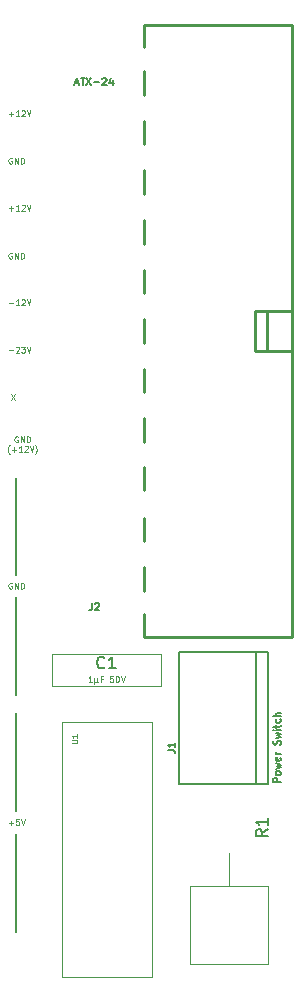
<source format=gbr>
%TF.GenerationSoftware,KiCad,Pcbnew,(6.0.8-1)-1*%
%TF.CreationDate,2022-10-29T11:09:20-05:00*%
%TF.ProjectId,VT100_ATX_DCDC,56543130-305f-4415-9458-5f444344432e,rev?*%
%TF.SameCoordinates,Original*%
%TF.FileFunction,Legend,Top*%
%TF.FilePolarity,Positive*%
%FSLAX46Y46*%
G04 Gerber Fmt 4.6, Leading zero omitted, Abs format (unit mm)*
G04 Created by KiCad (PCBNEW (6.0.8-1)-1) date 2022-10-29 11:09:20*
%MOMM*%
%LPD*%
G01*
G04 APERTURE LIST*
%ADD10C,0.150000*%
%ADD11C,0.125000*%
%ADD12C,0.127000*%
%ADD13C,0.120000*%
%ADD14C,0.203200*%
%ADD15C,0.254000*%
G04 APERTURE END LIST*
D10*
X51816000Y-115250000D02*
X51816000Y-123500000D01*
X51816000Y-93340000D02*
X51816000Y-85090000D01*
X51816000Y-103439000D02*
X51816000Y-95189000D01*
X51816000Y-113250000D02*
X51816000Y-105000000D01*
D11*
X51943047Y-81597500D02*
X51895428Y-81573690D01*
X51824000Y-81573690D01*
X51752571Y-81597500D01*
X51704952Y-81645119D01*
X51681142Y-81692738D01*
X51657333Y-81787976D01*
X51657333Y-81859404D01*
X51681142Y-81954642D01*
X51704952Y-82002261D01*
X51752571Y-82049880D01*
X51824000Y-82073690D01*
X51871619Y-82073690D01*
X51943047Y-82049880D01*
X51966857Y-82026071D01*
X51966857Y-81859404D01*
X51871619Y-81859404D01*
X52181142Y-82073690D02*
X52181142Y-81573690D01*
X52466857Y-82073690D01*
X52466857Y-81573690D01*
X52704952Y-82073690D02*
X52704952Y-81573690D01*
X52824000Y-81573690D01*
X52895428Y-81597500D01*
X52943047Y-81645119D01*
X52966857Y-81692738D01*
X52990666Y-81787976D01*
X52990666Y-81859404D01*
X52966857Y-81954642D01*
X52943047Y-82002261D01*
X52895428Y-82049880D01*
X52824000Y-82073690D01*
X52704952Y-82073690D01*
X51252571Y-83069166D02*
X51228761Y-83045357D01*
X51181142Y-82973928D01*
X51157333Y-82926309D01*
X51133523Y-82854880D01*
X51109714Y-82735833D01*
X51109714Y-82640595D01*
X51133523Y-82521547D01*
X51157333Y-82450119D01*
X51181142Y-82402500D01*
X51228761Y-82331071D01*
X51252571Y-82307261D01*
X51443047Y-82688214D02*
X51824000Y-82688214D01*
X51633523Y-82878690D02*
X51633523Y-82497738D01*
X52324000Y-82878690D02*
X52038285Y-82878690D01*
X52181142Y-82878690D02*
X52181142Y-82378690D01*
X52133523Y-82450119D01*
X52085904Y-82497738D01*
X52038285Y-82521547D01*
X52514476Y-82426309D02*
X52538285Y-82402500D01*
X52585904Y-82378690D01*
X52704952Y-82378690D01*
X52752571Y-82402500D01*
X52776380Y-82426309D01*
X52800190Y-82473928D01*
X52800190Y-82521547D01*
X52776380Y-82592976D01*
X52490666Y-82878690D01*
X52800190Y-82878690D01*
X52943047Y-82378690D02*
X53109714Y-82878690D01*
X53276380Y-82378690D01*
X53395428Y-83069166D02*
X53419238Y-83045357D01*
X53466857Y-82973928D01*
X53490666Y-82926309D01*
X53514476Y-82854880D01*
X53538285Y-82735833D01*
X53538285Y-82640595D01*
X53514476Y-82521547D01*
X53490666Y-82450119D01*
X53466857Y-82402500D01*
X53419238Y-82331071D01*
X53395428Y-82307261D01*
X51189047Y-62265714D02*
X51570000Y-62265714D01*
X51379523Y-62456190D02*
X51379523Y-62075238D01*
X52070000Y-62456190D02*
X51784285Y-62456190D01*
X51927142Y-62456190D02*
X51927142Y-61956190D01*
X51879523Y-62027619D01*
X51831904Y-62075238D01*
X51784285Y-62099047D01*
X52260476Y-62003809D02*
X52284285Y-61980000D01*
X52331904Y-61956190D01*
X52450952Y-61956190D01*
X52498571Y-61980000D01*
X52522380Y-62003809D01*
X52546190Y-62051428D01*
X52546190Y-62099047D01*
X52522380Y-62170476D01*
X52236666Y-62456190D01*
X52546190Y-62456190D01*
X52689047Y-61956190D02*
X52855714Y-62456190D01*
X53022380Y-61956190D01*
X51435047Y-93984000D02*
X51387428Y-93960190D01*
X51316000Y-93960190D01*
X51244571Y-93984000D01*
X51196952Y-94031619D01*
X51173142Y-94079238D01*
X51149333Y-94174476D01*
X51149333Y-94245904D01*
X51173142Y-94341142D01*
X51196952Y-94388761D01*
X51244571Y-94436380D01*
X51316000Y-94460190D01*
X51363619Y-94460190D01*
X51435047Y-94436380D01*
X51458857Y-94412571D01*
X51458857Y-94245904D01*
X51363619Y-94245904D01*
X51673142Y-94460190D02*
X51673142Y-93960190D01*
X51958857Y-94460190D01*
X51958857Y-93960190D01*
X52196952Y-94460190D02*
X52196952Y-93960190D01*
X52316000Y-93960190D01*
X52387428Y-93984000D01*
X52435047Y-94031619D01*
X52458857Y-94079238D01*
X52482666Y-94174476D01*
X52482666Y-94245904D01*
X52458857Y-94341142D01*
X52435047Y-94388761D01*
X52387428Y-94436380D01*
X52316000Y-94460190D01*
X52196952Y-94460190D01*
X51189047Y-54285714D02*
X51570000Y-54285714D01*
X51379523Y-54476190D02*
X51379523Y-54095238D01*
X52070000Y-54476190D02*
X51784285Y-54476190D01*
X51927142Y-54476190D02*
X51927142Y-53976190D01*
X51879523Y-54047619D01*
X51831904Y-54095238D01*
X51784285Y-54119047D01*
X52260476Y-54023809D02*
X52284285Y-54000000D01*
X52331904Y-53976190D01*
X52450952Y-53976190D01*
X52498571Y-54000000D01*
X52522380Y-54023809D01*
X52546190Y-54071428D01*
X52546190Y-54119047D01*
X52522380Y-54190476D01*
X52236666Y-54476190D01*
X52546190Y-54476190D01*
X52689047Y-53976190D02*
X52855714Y-54476190D01*
X53022380Y-53976190D01*
X51395333Y-77958190D02*
X51728666Y-78458190D01*
X51728666Y-77958190D02*
X51395333Y-78458190D01*
X51435047Y-66044000D02*
X51387428Y-66020190D01*
X51316000Y-66020190D01*
X51244571Y-66044000D01*
X51196952Y-66091619D01*
X51173142Y-66139238D01*
X51149333Y-66234476D01*
X51149333Y-66305904D01*
X51173142Y-66401142D01*
X51196952Y-66448761D01*
X51244571Y-66496380D01*
X51316000Y-66520190D01*
X51363619Y-66520190D01*
X51435047Y-66496380D01*
X51458857Y-66472571D01*
X51458857Y-66305904D01*
X51363619Y-66305904D01*
X51673142Y-66520190D02*
X51673142Y-66020190D01*
X51958857Y-66520190D01*
X51958857Y-66020190D01*
X52196952Y-66520190D02*
X52196952Y-66020190D01*
X52316000Y-66020190D01*
X52387428Y-66044000D01*
X52435047Y-66091619D01*
X52458857Y-66139238D01*
X52482666Y-66234476D01*
X52482666Y-66305904D01*
X52458857Y-66401142D01*
X52435047Y-66448761D01*
X52387428Y-66496380D01*
X52316000Y-66520190D01*
X52196952Y-66520190D01*
X58221714Y-102359590D02*
X57936000Y-102359590D01*
X58078857Y-102359590D02*
X58078857Y-101859590D01*
X58031238Y-101931019D01*
X57983619Y-101978638D01*
X57936000Y-102002447D01*
X58436000Y-102026257D02*
X58436000Y-102526257D01*
X58674095Y-102288161D02*
X58697904Y-102335780D01*
X58745523Y-102359590D01*
X58436000Y-102288161D02*
X58459809Y-102335780D01*
X58507428Y-102359590D01*
X58602666Y-102359590D01*
X58650285Y-102335780D01*
X58674095Y-102288161D01*
X58674095Y-102026257D01*
X59126476Y-102097685D02*
X58959809Y-102097685D01*
X58959809Y-102359590D02*
X58959809Y-101859590D01*
X59197904Y-101859590D01*
X60007428Y-101859590D02*
X59769333Y-101859590D01*
X59745523Y-102097685D01*
X59769333Y-102073876D01*
X59816952Y-102050066D01*
X59936000Y-102050066D01*
X59983619Y-102073876D01*
X60007428Y-102097685D01*
X60031238Y-102145304D01*
X60031238Y-102264352D01*
X60007428Y-102311971D01*
X59983619Y-102335780D01*
X59936000Y-102359590D01*
X59816952Y-102359590D01*
X59769333Y-102335780D01*
X59745523Y-102311971D01*
X60340761Y-101859590D02*
X60388380Y-101859590D01*
X60436000Y-101883400D01*
X60459809Y-101907209D01*
X60483619Y-101954828D01*
X60507428Y-102050066D01*
X60507428Y-102169114D01*
X60483619Y-102264352D01*
X60459809Y-102311971D01*
X60436000Y-102335780D01*
X60388380Y-102359590D01*
X60340761Y-102359590D01*
X60293142Y-102335780D01*
X60269333Y-102311971D01*
X60245523Y-102264352D01*
X60221714Y-102169114D01*
X60221714Y-102050066D01*
X60245523Y-101954828D01*
X60269333Y-101907209D01*
X60293142Y-101883400D01*
X60340761Y-101859590D01*
X60650285Y-101859590D02*
X60816952Y-102359590D01*
X60983619Y-101859590D01*
X51173142Y-114285714D02*
X51554095Y-114285714D01*
X51363619Y-114476190D02*
X51363619Y-114095238D01*
X52030285Y-113976190D02*
X51792190Y-113976190D01*
X51768380Y-114214285D01*
X51792190Y-114190476D01*
X51839809Y-114166666D01*
X51958857Y-114166666D01*
X52006476Y-114190476D01*
X52030285Y-114214285D01*
X52054095Y-114261904D01*
X52054095Y-114380952D01*
X52030285Y-114428571D01*
X52006476Y-114452380D01*
X51958857Y-114476190D01*
X51839809Y-114476190D01*
X51792190Y-114452380D01*
X51768380Y-114428571D01*
X52196952Y-113976190D02*
X52363619Y-114476190D01*
X52530285Y-113976190D01*
X51435047Y-58000000D02*
X51387428Y-57976190D01*
X51316000Y-57976190D01*
X51244571Y-58000000D01*
X51196952Y-58047619D01*
X51173142Y-58095238D01*
X51149333Y-58190476D01*
X51149333Y-58261904D01*
X51173142Y-58357142D01*
X51196952Y-58404761D01*
X51244571Y-58452380D01*
X51316000Y-58476190D01*
X51363619Y-58476190D01*
X51435047Y-58452380D01*
X51458857Y-58428571D01*
X51458857Y-58261904D01*
X51363619Y-58261904D01*
X51673142Y-58476190D02*
X51673142Y-57976190D01*
X51958857Y-58476190D01*
X51958857Y-57976190D01*
X52196952Y-58476190D02*
X52196952Y-57976190D01*
X52316000Y-57976190D01*
X52387428Y-58000000D01*
X52435047Y-58047619D01*
X52458857Y-58095238D01*
X52482666Y-58190476D01*
X52482666Y-58261904D01*
X52458857Y-58357142D01*
X52435047Y-58404761D01*
X52387428Y-58452380D01*
X52316000Y-58476190D01*
X52196952Y-58476190D01*
X51189047Y-74285714D02*
X51570000Y-74285714D01*
X51784285Y-74023809D02*
X51808095Y-74000000D01*
X51855714Y-73976190D01*
X51974761Y-73976190D01*
X52022380Y-74000000D01*
X52046190Y-74023809D01*
X52070000Y-74071428D01*
X52070000Y-74119047D01*
X52046190Y-74190476D01*
X51760476Y-74476190D01*
X52070000Y-74476190D01*
X52236666Y-73976190D02*
X52546190Y-73976190D01*
X52379523Y-74166666D01*
X52450952Y-74166666D01*
X52498571Y-74190476D01*
X52522380Y-74214285D01*
X52546190Y-74261904D01*
X52546190Y-74380952D01*
X52522380Y-74428571D01*
X52498571Y-74452380D01*
X52450952Y-74476190D01*
X52308095Y-74476190D01*
X52260476Y-74452380D01*
X52236666Y-74428571D01*
X52689047Y-73976190D02*
X52855714Y-74476190D01*
X53022380Y-73976190D01*
X51189047Y-70285714D02*
X51570000Y-70285714D01*
X52070000Y-70476190D02*
X51784285Y-70476190D01*
X51927142Y-70476190D02*
X51927142Y-69976190D01*
X51879523Y-70047619D01*
X51831904Y-70095238D01*
X51784285Y-70119047D01*
X52260476Y-70023809D02*
X52284285Y-70000000D01*
X52331904Y-69976190D01*
X52450952Y-69976190D01*
X52498571Y-70000000D01*
X52522380Y-70023809D01*
X52546190Y-70071428D01*
X52546190Y-70119047D01*
X52522380Y-70190476D01*
X52236666Y-70476190D01*
X52546190Y-70476190D01*
X52689047Y-69976190D02*
X52855714Y-70476190D01*
X53022380Y-69976190D01*
%TO.C,U1*%
X56495190Y-107568952D02*
X56899952Y-107568952D01*
X56947571Y-107545142D01*
X56971380Y-107521333D01*
X56995190Y-107473714D01*
X56995190Y-107378476D01*
X56971380Y-107330857D01*
X56947571Y-107307047D01*
X56899952Y-107283238D01*
X56495190Y-107283238D01*
X56995190Y-106783238D02*
X56995190Y-107068952D01*
X56995190Y-106926095D02*
X56495190Y-106926095D01*
X56566619Y-106973714D01*
X56614238Y-107021333D01*
X56638047Y-107068952D01*
D10*
%TO.C,C1*%
X59269333Y-101118942D02*
X59221714Y-101166561D01*
X59078857Y-101214180D01*
X58983619Y-101214180D01*
X58840761Y-101166561D01*
X58745523Y-101071323D01*
X58697904Y-100976085D01*
X58650285Y-100785609D01*
X58650285Y-100642752D01*
X58697904Y-100452276D01*
X58745523Y-100357038D01*
X58840761Y-100261800D01*
X58983619Y-100214180D01*
X59078857Y-100214180D01*
X59221714Y-100261800D01*
X59269333Y-100309419D01*
X60221714Y-101214180D02*
X59650285Y-101214180D01*
X59936000Y-101214180D02*
X59936000Y-100214180D01*
X59840761Y-100357038D01*
X59745523Y-100452276D01*
X59650285Y-100499895D01*
D12*
%TO.C,J1*%
X64631751Y-108113830D02*
X65067180Y-108113830D01*
X65154265Y-108142858D01*
X65212322Y-108200915D01*
X65241351Y-108288001D01*
X65241351Y-108346058D01*
X65241351Y-107504230D02*
X65241351Y-107852572D01*
X65241351Y-107678401D02*
X64631751Y-107678401D01*
X64718837Y-107736458D01*
X64776894Y-107794515D01*
X64805922Y-107852572D01*
X74189771Y-110813487D02*
X73580171Y-110813487D01*
X73580171Y-110581258D01*
X73609200Y-110523201D01*
X73638228Y-110494172D01*
X73696285Y-110465144D01*
X73783371Y-110465144D01*
X73841428Y-110494172D01*
X73870457Y-110523201D01*
X73899485Y-110581258D01*
X73899485Y-110813487D01*
X74189771Y-110116801D02*
X74160742Y-110174858D01*
X74131714Y-110203887D01*
X74073657Y-110232915D01*
X73899485Y-110232915D01*
X73841428Y-110203887D01*
X73812400Y-110174858D01*
X73783371Y-110116801D01*
X73783371Y-110029715D01*
X73812400Y-109971658D01*
X73841428Y-109942630D01*
X73899485Y-109913601D01*
X74073657Y-109913601D01*
X74131714Y-109942630D01*
X74160742Y-109971658D01*
X74189771Y-110029715D01*
X74189771Y-110116801D01*
X73783371Y-109710401D02*
X74189771Y-109594287D01*
X73899485Y-109478172D01*
X74189771Y-109362058D01*
X73783371Y-109245944D01*
X74160742Y-108781487D02*
X74189771Y-108839544D01*
X74189771Y-108955658D01*
X74160742Y-109013715D01*
X74102685Y-109042744D01*
X73870457Y-109042744D01*
X73812400Y-109013715D01*
X73783371Y-108955658D01*
X73783371Y-108839544D01*
X73812400Y-108781487D01*
X73870457Y-108752458D01*
X73928514Y-108752458D01*
X73986571Y-109042744D01*
X74189771Y-108491201D02*
X73783371Y-108491201D01*
X73899485Y-108491201D02*
X73841428Y-108462172D01*
X73812400Y-108433144D01*
X73783371Y-108375087D01*
X73783371Y-108317030D01*
X74160742Y-107678401D02*
X74189771Y-107591315D01*
X74189771Y-107446172D01*
X74160742Y-107388115D01*
X74131714Y-107359087D01*
X74073657Y-107330058D01*
X74015600Y-107330058D01*
X73957542Y-107359087D01*
X73928514Y-107388115D01*
X73899485Y-107446172D01*
X73870457Y-107562287D01*
X73841428Y-107620344D01*
X73812400Y-107649372D01*
X73754342Y-107678401D01*
X73696285Y-107678401D01*
X73638228Y-107649372D01*
X73609200Y-107620344D01*
X73580171Y-107562287D01*
X73580171Y-107417144D01*
X73609200Y-107330058D01*
X73783371Y-107126858D02*
X74189771Y-107010744D01*
X73899485Y-106894630D01*
X74189771Y-106778515D01*
X73783371Y-106662401D01*
X74189771Y-106430172D02*
X73783371Y-106430172D01*
X73580171Y-106430172D02*
X73609200Y-106459201D01*
X73638228Y-106430172D01*
X73609200Y-106401144D01*
X73580171Y-106430172D01*
X73638228Y-106430172D01*
X73783371Y-106226972D02*
X73783371Y-105994744D01*
X73580171Y-106139887D02*
X74102685Y-106139887D01*
X74160742Y-106110858D01*
X74189771Y-106052801D01*
X74189771Y-105994744D01*
X74160742Y-105530287D02*
X74189771Y-105588344D01*
X74189771Y-105704458D01*
X74160742Y-105762515D01*
X74131714Y-105791544D01*
X74073657Y-105820572D01*
X73899485Y-105820572D01*
X73841428Y-105791544D01*
X73812400Y-105762515D01*
X73783371Y-105704458D01*
X73783371Y-105588344D01*
X73812400Y-105530287D01*
X74189771Y-105269030D02*
X73580171Y-105269030D01*
X74189771Y-105007772D02*
X73870457Y-105007772D01*
X73812400Y-105036801D01*
X73783371Y-105094858D01*
X73783371Y-105181944D01*
X73812400Y-105240001D01*
X73841428Y-105269030D01*
D10*
%TO.C,R1*%
X73096380Y-114847666D02*
X72620190Y-115181000D01*
X73096380Y-115419095D02*
X72096380Y-115419095D01*
X72096380Y-115038142D01*
X72144000Y-114942904D01*
X72191619Y-114895285D01*
X72286857Y-114847666D01*
X72429714Y-114847666D01*
X72524952Y-114895285D01*
X72572571Y-114942904D01*
X72620190Y-115038142D01*
X72620190Y-115419095D01*
X73096380Y-113895285D02*
X73096380Y-114466714D01*
X73096380Y-114181000D02*
X72096380Y-114181000D01*
X72239238Y-114276238D01*
X72334476Y-114371476D01*
X72382095Y-114466714D01*
D12*
%TO.C,J2*%
X58216800Y-95678171D02*
X58216800Y-96113600D01*
X58187771Y-96200685D01*
X58129714Y-96258742D01*
X58042628Y-96287771D01*
X57984571Y-96287771D01*
X58478057Y-95736228D02*
X58507085Y-95707200D01*
X58565142Y-95678171D01*
X58710285Y-95678171D01*
X58768342Y-95707200D01*
X58797371Y-95736228D01*
X58826400Y-95794285D01*
X58826400Y-95852342D01*
X58797371Y-95939428D01*
X58449028Y-96287771D01*
X58826400Y-96287771D01*
X56794400Y-51663600D02*
X57084685Y-51663600D01*
X56736342Y-51837771D02*
X56939542Y-51228171D01*
X57142742Y-51837771D01*
X57258857Y-51228171D02*
X57607200Y-51228171D01*
X57433028Y-51837771D02*
X57433028Y-51228171D01*
X57752342Y-51228171D02*
X58158742Y-51837771D01*
X58158742Y-51228171D02*
X57752342Y-51837771D01*
X58390971Y-51605542D02*
X58855428Y-51605542D01*
X59116685Y-51286228D02*
X59145714Y-51257200D01*
X59203771Y-51228171D01*
X59348914Y-51228171D01*
X59406971Y-51257200D01*
X59436000Y-51286228D01*
X59465028Y-51344285D01*
X59465028Y-51402342D01*
X59436000Y-51489428D01*
X59087657Y-51837771D01*
X59465028Y-51837771D01*
X59987542Y-51431371D02*
X59987542Y-51837771D01*
X59842400Y-51199142D02*
X59697257Y-51634571D01*
X60074628Y-51634571D01*
D13*
%TO.C,U1*%
X63341000Y-127381000D02*
X55721000Y-127381000D01*
X63341000Y-105791000D02*
X63341000Y-127381000D01*
X55721000Y-127381000D02*
X55721000Y-105791000D01*
X55721000Y-105791000D02*
X63341000Y-105791000D01*
%TO.C,C1*%
X54816000Y-99976000D02*
X54816000Y-102716000D01*
X54816000Y-102716000D02*
X64056000Y-102716000D01*
X54816000Y-99976000D02*
X64056000Y-99976000D01*
X64056000Y-99976000D02*
X64056000Y-102716000D01*
D14*
%TO.C,J1*%
X72090280Y-111009430D02*
X65592960Y-111009430D01*
X72090280Y-99813110D02*
X73091040Y-99813110D01*
X65592960Y-99813110D02*
X72090280Y-99813110D01*
X72090280Y-99813110D02*
X72090280Y-111009430D01*
X73091040Y-99813110D02*
X73091040Y-111009430D01*
X65592960Y-111009430D02*
X65592960Y-99813110D01*
X73091040Y-111009430D02*
X72090280Y-111009430D01*
D13*
%TO.C,R1*%
X66530000Y-119632000D02*
X66530000Y-126272000D01*
X73170000Y-119632000D02*
X66530000Y-119632000D01*
X73170000Y-126272000D02*
X73170000Y-119632000D01*
X66530000Y-126272000D02*
X73170000Y-126272000D01*
X69850000Y-119632000D02*
X69850000Y-116832000D01*
D15*
%TO.C,J2*%
X62641480Y-54846220D02*
X62641480Y-56845200D01*
X72039480Y-74343260D02*
X72039480Y-70944740D01*
X62641480Y-63246000D02*
X62641480Y-65244980D01*
X62641480Y-84142580D02*
X62641480Y-86141560D01*
X73037700Y-70944740D02*
X72039480Y-70944740D01*
X62641480Y-88442800D02*
X62641480Y-90441780D01*
X75039220Y-74343260D02*
X72039480Y-74343260D01*
X62641480Y-46746160D02*
X62641480Y-48646080D01*
X62641480Y-75841860D02*
X62641480Y-77843380D01*
X62641480Y-92643960D02*
X62641480Y-94642940D01*
X75178920Y-98541840D02*
X75178920Y-46746160D01*
X62641480Y-59044840D02*
X62641480Y-61046360D01*
X62641480Y-98541840D02*
X75178920Y-98541840D01*
X62641480Y-50645060D02*
X62641480Y-52644040D01*
X75178920Y-46746160D02*
X62641480Y-46746160D01*
X72039480Y-70944740D02*
X75039220Y-70944740D01*
X72039480Y-70944740D02*
X72039480Y-74343260D01*
X62641480Y-80043020D02*
X62641480Y-82042000D01*
X62641480Y-71645780D02*
X62641480Y-73642220D01*
X72039480Y-74343260D02*
X73037700Y-74343260D01*
X62641480Y-67444620D02*
X62641480Y-69446140D01*
X62641480Y-98541840D02*
X62641480Y-96641920D01*
X73037700Y-74343260D02*
X73037700Y-70944740D01*
%TD*%
M02*

</source>
